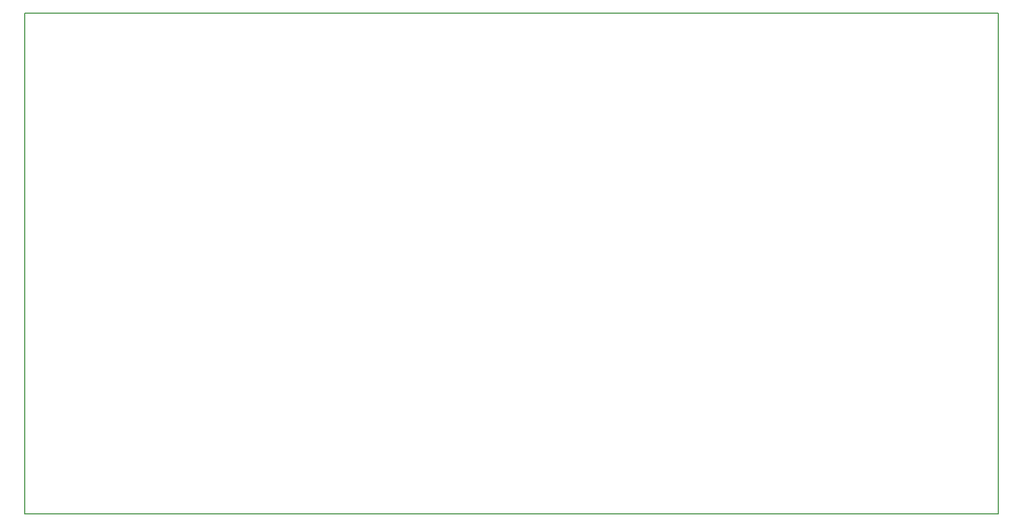
<source format=gbr>
G04 #@! TF.FileFunction,Profile,NP*
%FSLAX46Y46*%
G04 Gerber Fmt 4.6, Leading zero omitted, Abs format (unit mm)*
G04 Created by KiCad (PCBNEW 4.0.6) date 09/27/17 00:39:41*
%MOMM*%
%LPD*%
G01*
G04 APERTURE LIST*
%ADD10C,0.100000*%
%ADD11C,0.150000*%
G04 APERTURE END LIST*
D10*
D11*
X66929000Y-52705000D02*
X67056000Y-52705000D01*
X66929000Y-133350000D02*
X66929000Y-52705000D01*
X223647000Y-133350000D02*
X66929000Y-133350000D01*
X223647000Y-52705000D02*
X223647000Y-133350000D01*
X67056000Y-52705000D02*
X223647000Y-52705000D01*
X223547940Y-133286500D02*
X223525080Y-133286500D01*
X223509840Y-133273800D02*
X223509840Y-133243320D01*
M02*

</source>
